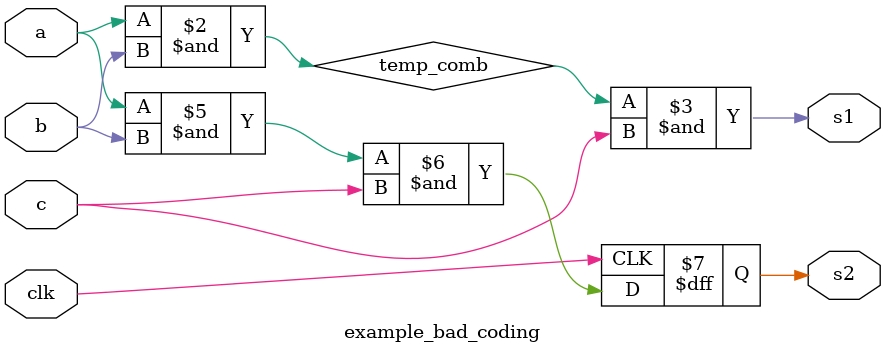
<source format=v>
module example_bad_coding(clk, a, b, c, s1, s2);
input clk;
input a, b, c;
output reg s1;
output reg s2;

reg temp_comb;
reg temp_seq_or_comb;

always@(*) begin
	temp_comb = a & b;
	s1 = temp_comb & c;
end

always@(posedge clk) begin
	temp_seq_or_comb = a & b; // notice me!
	s2 <= temp_seq_or_comb & c;
end

endmodule



</source>
